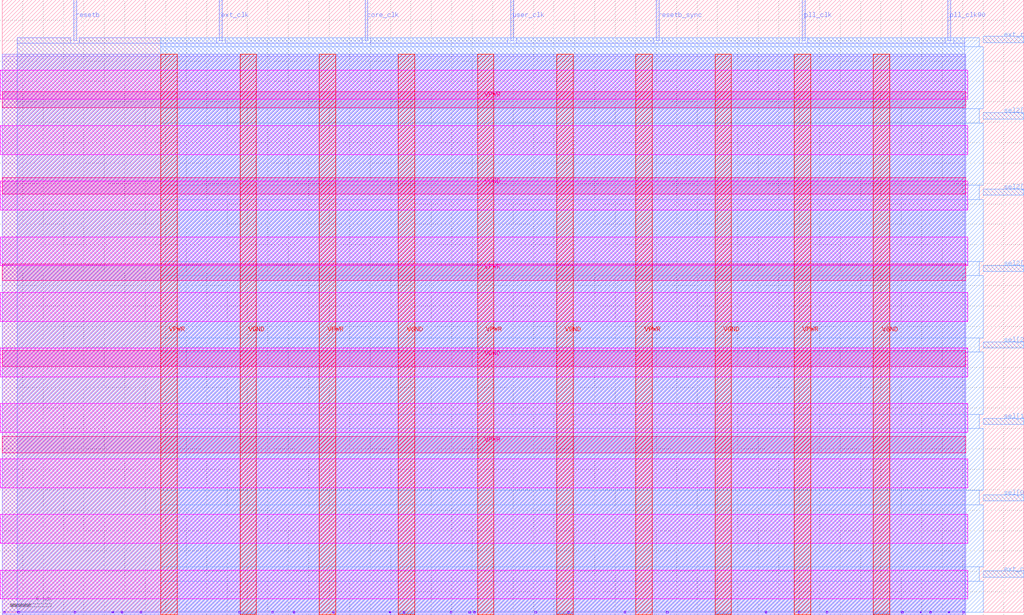
<source format=lef>
VERSION 5.7 ;
  NOWIREEXTENSIONATPIN ON ;
  DIVIDERCHAR "/" ;
  BUSBITCHARS "[]" ;
MACRO caravel_clocking
  CLASS BLOCK ;
  FOREIGN caravel_clocking ;
  ORIGIN 0.000 0.000 ;
  SIZE 100.000 BY 60.000 ;
  PIN VGND
    DIRECTION INPUT ;
    USE GROUND ;
    PORT
      LAYER met5 ;
        RECT 0.000 24.060 94.300 25.660 ;
    END
    PORT
      LAYER met5 ;
        RECT 0.000 40.960 94.300 42.560 ;
    END
    PORT
      LAYER met4 ;
        RECT 23.270 -0.240 24.870 54.640 ;
    END
    PORT
      LAYER met4 ;
        RECT 38.770 -0.240 40.370 54.640 ;
    END
    PORT
      LAYER met4 ;
        RECT 54.270 -0.240 55.870 54.640 ;
    END
    PORT
      LAYER met4 ;
        RECT 69.770 -0.240 71.370 54.640 ;
    END
    PORT
      LAYER met4 ;
        RECT 85.270 -0.240 86.870 54.640 ;
    END
  END VGND
  PIN VPWR
    DIRECTION INPUT ;
    USE POWER ;
    PORT
      LAYER met5 ;
        RECT 0.000 15.610 94.300 17.210 ;
    END
    PORT
      LAYER met5 ;
        RECT 0.000 32.510 94.300 34.110 ;
    END
    PORT
      LAYER met5 ;
        RECT 0.000 49.410 94.300 51.010 ;
    END
    PORT
      LAYER met4 ;
        RECT 15.520 -0.240 17.120 54.640 ;
    END
    PORT
      LAYER met4 ;
        RECT 31.020 -0.240 32.620 54.640 ;
    END
    PORT
      LAYER met4 ;
        RECT 46.520 -0.240 48.120 54.640 ;
    END
    PORT
      LAYER met4 ;
        RECT 62.020 -0.240 63.620 54.640 ;
    END
    PORT
      LAYER met4 ;
        RECT 77.520 -0.240 79.120 54.640 ;
    END
  END VPWR
  PIN core_clk
    DIRECTION OUTPUT TRISTATE ;
    USE SIGNAL ;
    PORT
      LAYER met2 ;
        RECT 35.510 56.000 35.790 60.000 ;
    END
  END core_clk
  PIN ext_clk
    DIRECTION INPUT ;
    USE SIGNAL ;
    PORT
      LAYER met2 ;
        RECT 21.250 56.000 21.530 60.000 ;
    END
  END ext_clk
  PIN ext_clk_sel
    DIRECTION INPUT ;
    USE SIGNAL ;
    PORT
      LAYER met3 ;
        RECT 96.000 3.440 100.000 4.040 ;
    END
  END ext_clk_sel
  PIN ext_reset
    DIRECTION INPUT ;
    USE SIGNAL ;
    PORT
      LAYER met3 ;
        RECT 96.000 55.800 100.000 56.400 ;
    END
  END ext_reset
  PIN pll_clk
    DIRECTION INPUT ;
    USE SIGNAL ;
    PORT
      LAYER met2 ;
        RECT 78.290 56.000 78.570 60.000 ;
    END
  END pll_clk
  PIN pll_clk90
    DIRECTION INPUT ;
    USE SIGNAL ;
    PORT
      LAYER met2 ;
        RECT 92.550 56.000 92.830 60.000 ;
    END
  END pll_clk90
  PIN resetb
    DIRECTION INPUT ;
    USE SIGNAL ;
    PORT
      LAYER met2 ;
        RECT 6.990 56.000 7.270 60.000 ;
    END
  END resetb
  PIN resetb_sync
    DIRECTION OUTPUT TRISTATE ;
    USE SIGNAL ;
    PORT
      LAYER met2 ;
        RECT 64.030 56.000 64.310 60.000 ;
    END
  END resetb_sync
  PIN sel2[0]
    DIRECTION INPUT ;
    USE SIGNAL ;
    PORT
      LAYER met3 ;
        RECT 96.000 33.360 100.000 33.960 ;
    END
  END sel2[0]
  PIN sel2[1]
    DIRECTION INPUT ;
    USE SIGNAL ;
    PORT
      LAYER met3 ;
        RECT 96.000 40.840 100.000 41.440 ;
    END
  END sel2[1]
  PIN sel2[2]
    DIRECTION INPUT ;
    USE SIGNAL ;
    PORT
      LAYER met3 ;
        RECT 96.000 48.320 100.000 48.920 ;
    END
  END sel2[2]
  PIN sel[0]
    DIRECTION INPUT ;
    USE SIGNAL ;
    PORT
      LAYER met3 ;
        RECT 96.000 10.920 100.000 11.520 ;
    END
  END sel[0]
  PIN sel[1]
    DIRECTION INPUT ;
    USE SIGNAL ;
    PORT
      LAYER met3 ;
        RECT 96.000 18.400 100.000 19.000 ;
    END
  END sel[1]
  PIN sel[2]
    DIRECTION INPUT ;
    USE SIGNAL ;
    PORT
      LAYER met3 ;
        RECT 96.000 25.880 100.000 26.480 ;
    END
  END sel[2]
  PIN user_clk
    DIRECTION OUTPUT TRISTATE ;
    USE SIGNAL ;
    PORT
      LAYER met2 ;
        RECT 49.770 56.000 50.050 60.000 ;
    END
  END user_clk
  OBS
      LAYER nwell ;
        RECT -0.190 50.265 94.490 53.095 ;
        RECT -0.190 44.825 94.490 47.655 ;
        RECT -0.190 39.385 94.490 42.215 ;
        RECT -0.190 33.945 94.490 36.775 ;
        RECT -0.190 28.505 94.490 31.335 ;
        RECT -0.190 23.065 94.490 25.895 ;
        RECT -0.190 17.625 94.490 20.455 ;
        RECT -0.190 12.185 94.490 15.015 ;
        RECT -0.190 6.745 94.490 9.575 ;
        RECT -0.190 1.305 94.490 4.135 ;
      LAYER pwell ;
        RECT 0.145 -0.085 0.315 0.085 ;
        RECT 1.525 -0.085 1.695 0.085 ;
        RECT 7.045 -0.085 7.215 0.085 ;
        RECT 10.735 -0.050 10.895 0.060 ;
        RECT 11.645 -0.085 11.815 0.085 ;
        RECT 13.485 -0.085 13.655 0.085 ;
        RECT 23.145 -0.085 23.315 0.085 ;
        RECT 26.365 -0.085 26.535 0.085 ;
        RECT 28.480 -0.085 28.650 0.085 ;
        RECT 32.345 -0.085 32.515 0.085 ;
        RECT 37.875 -0.050 38.035 0.060 ;
        RECT 39.245 -0.085 39.415 0.085 ;
        RECT 43.845 -0.085 44.015 0.085 ;
        RECT 45.680 -0.085 45.850 0.085 ;
        RECT 46.145 -0.085 46.315 0.085 ;
        RECT 52.125 -0.085 52.295 0.085 ;
        RECT 55.345 -0.085 55.515 0.085 ;
        RECT 60.865 -0.085 61.035 0.085 ;
        RECT 65.005 -0.085 65.175 0.085 ;
        RECT 74.665 -0.085 74.835 0.085 ;
        RECT 77.885 -0.085 78.055 0.085 ;
        RECT 80.645 -0.085 80.815 0.085 ;
        RECT 88.005 -0.085 88.175 0.085 ;
        RECT 89.840 -0.055 89.960 0.055 ;
        RECT 90.765 -0.085 90.935 0.085 ;
        RECT 92.600 -0.055 92.720 0.055 ;
        RECT 93.985 -0.085 94.155 0.085 ;
      LAYER li1 ;
        RECT 0.000 0.085 94.300 54.485 ;
      LAYER li1 ;
        RECT 0.000 -0.085 94.300 0.085 ;
      LAYER met1 ;
        RECT 0.000 -0.240 94.300 54.640 ;
      LAYER met2 ;
        RECT 1.480 55.720 6.710 56.285 ;
        RECT 7.550 55.720 20.970 56.285 ;
        RECT 21.810 55.720 35.230 56.285 ;
        RECT 36.070 55.720 49.490 56.285 ;
        RECT 50.330 55.720 63.750 56.285 ;
        RECT 64.590 55.720 78.010 56.285 ;
        RECT 78.850 55.720 92.270 56.285 ;
        RECT 93.110 55.720 94.210 56.285 ;
        RECT 1.480 0.000 94.210 55.720 ;
        RECT 23.300 -0.240 24.840 0.000 ;
        RECT 38.800 -0.240 40.340 0.000 ;
        RECT 54.300 -0.240 55.840 0.000 ;
        RECT 69.800 -0.240 71.340 0.000 ;
        RECT 85.300 -0.240 86.840 0.000 ;
      LAYER met3 ;
        RECT 15.520 55.400 95.600 56.265 ;
        RECT 15.520 49.320 96.000 55.400 ;
        RECT 15.520 47.920 95.600 49.320 ;
        RECT 15.520 41.840 96.000 47.920 ;
        RECT 15.520 40.440 95.600 41.840 ;
        RECT 15.520 34.360 96.000 40.440 ;
        RECT 15.520 32.960 95.600 34.360 ;
        RECT 15.520 26.880 96.000 32.960 ;
        RECT 15.520 25.480 95.600 26.880 ;
        RECT 15.520 19.400 96.000 25.480 ;
        RECT 15.520 18.000 95.600 19.400 ;
        RECT 15.520 11.920 96.000 18.000 ;
        RECT 15.520 10.520 95.600 11.920 ;
        RECT 15.520 4.440 96.000 10.520 ;
        RECT 15.520 3.040 95.600 4.440 ;
        RECT 15.520 0.000 96.000 3.040 ;
        RECT 23.270 -0.165 24.870 0.000 ;
        RECT 38.770 -0.165 40.370 0.000 ;
        RECT 54.270 -0.165 55.870 0.000 ;
        RECT 69.770 -0.165 71.370 0.000 ;
        RECT 85.270 -0.165 86.870 0.000 ;
  END
END caravel_clocking
END LIBRARY


</source>
